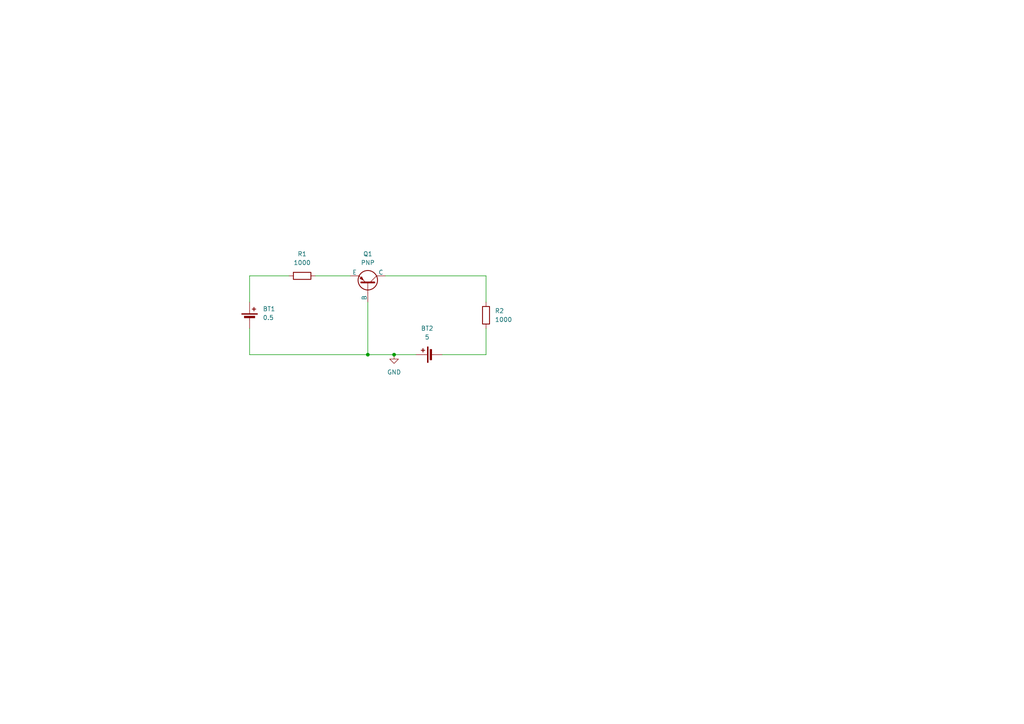
<source format=kicad_sch>
(kicad_sch (version 20230121) (generator eeschema)
  (paper "A4")
  (lib_symbols
    (symbol "Device:Battery_Cell" (pin_numbers hide) (pin_names (offset 0) hide)
      (property "Reference" "BT" (at 2.54 2.54 0))
      (property "Value" "Battery_Cell" (at 2.54 0 0))
      (symbol "Battery_Cell_0_1"
        (rectangle (start -2.286 1.778) (end 2.286 1.524) (fill (type outline)))
        (rectangle (start -1.524 1.016) (end 1.524 0.508) (fill (type outline)))
        (polyline (pts (xy 0 0.762) (xy 0 0)))
        (polyline (pts (xy 0 1.778) (xy 0 2.54)))
        (polyline (pts (xy 0.762 3.048) (xy 1.778 3.048)) (stroke (width 0.254)))
        (polyline (pts (xy 1.27 3.556) (xy 1.27 2.54)) (stroke (width 0.254)))
      )
      (symbol "Battery_Cell_1_1"
        (pin passive line (at 0 5.08 270) (length 2.54) (name "+") (number "1"))
        (pin passive line (at 0 -2.54 90) (length 2.54) (name "-") (number "2"))
      )
    )
    (symbol "Device:R" (pin_numbers hide) (pin_names (offset 0))
      (property "Reference" "R" (at 2.032 0 90))
      (property "Value" "R" (at 0 0 90))
      (symbol "R_0_1"
        (rectangle (start -1.016 -2.54) (end 1.016 2.54) (stroke (width 0.254)))
      )
      (symbol "R_1_1"
        (pin passive line (at 0 3.81 270) (length 1.27) (name "~") (number "1"))
        (pin passive line (at 0 -3.81 90) (length 1.27) (name "~") (number "2"))
      )
    )
    (symbol "Simulation_SPICE:PNP" (pin_numbers hide) (pin_names (offset 0))
      (property "Reference" "Q" (at -2.54 7.62 0))
      (property "Value" "PNP" (at -2.54 5.08 0))
      (symbol "PNP_0_1"
        (polyline (pts (xy -2.54 0) (xy 0.635 0)) (stroke (width 0.1524)))
        (polyline (pts (xy 0.635 0.635) (xy 2.54 2.54)))
        (polyline (pts (xy 0.635 -0.635) (xy 2.54 -2.54) (xy 2.54 -2.54)))
        (polyline (pts (xy 0.635 1.905) (xy 0.635 -1.905) (xy 0.635 -1.905)) (stroke (width 0.508)))
        (polyline (pts (xy 2.286 -1.778) (xy 1.778 -2.286) (xy 1.27 -1.27) (xy 2.286 -1.778) (xy 2.286 -1.778)) (fill (type outline)))
        (circle (center 1.27 0) (radius 2.8194) (stroke (width 0.254)))
      )
      (symbol "PNP_1_1"
        (pin open_collector line (at 2.54 5.08 270) (length 2.54) (name "C") (number "1"))
        (pin input line (at -5.08 0 0) (length 2.54) (name "B") (number "2"))
        (pin open_emitter line (at 2.54 -5.08 90) (length 2.54) (name "E") (number "3"))
      )
    )
    (symbol "power:GND" (power) (pin_names (offset 0))
      (property "Value" "GND" (at 0 -3.81 0))
      (symbol "GND_0_1"
        (polyline (pts (xy 0 0) (xy 0 -1.27) (xy 1.27 -1.27) (xy 0 -2.54) (xy -1.27 -1.27) (xy 0 -1.27)))
      )
      (symbol "GND_1_1"
        (pin power_in line (at 0 0 270) (length 0) hide (name "GND") (number "1"))
      )
    )
  )
  (junction (at 114.3 102.87))
  (junction (at 106.68 102.87))
  (wire (pts (xy 72.39 102.87) (xy 72.39 95.25)))
  (wire (pts (xy 72.39 80.01) (xy 83.82 80.01)))
  (wire (pts (xy 72.39 87.63) (xy 72.39 80.01)))
  (wire (pts (xy 91.44 80.01) (xy 101.6 80.01)))
  (wire (pts (xy 111.76 80.01) (xy 140.97 80.01)))
  (wire (pts (xy 114.3 102.87) (xy 120.65 102.87)))
  (wire (pts (xy 140.97 102.87) (xy 140.97 95.25)))
  (wire (pts (xy 106.68 102.87) (xy 72.39 102.87)))
  (wire (pts (xy 128.27 102.87) (xy 140.97 102.87)))
  (wire (pts (xy 106.68 87.63) (xy 106.68 102.87)))
  (wire (pts (xy 140.97 80.01) (xy 140.97 87.63)))
  (wire (pts (xy 114.3 102.87) (xy 106.68 102.87)))
  (symbol (lib_id "Device:Battery_Cell") (at 72.39 92.71 0) (unit 1)
    (property "Reference" "BT1" (at 76.2 89.5985 0) (effects (justify left)))
    (property "Value" "0.5" (at 76.2 92.1385 0) (effects (justify left)))
    (property "Sim.Device" "V" (effects hide))
    (property "Sim.Type" "DC" (effects hide))
    (property "Sim.Pins" "1=+ 2=-" (effects hide))
    (property "Sim.Params" "dc=3" (effects hide))
  )
  (symbol (lib_id "Simulation_SPICE:PNP") (at 106.68 82.55 270) (mirror x) (unit 1)
    (property "Reference" "Q1" (at 106.68 73.66 90))
    (property "Value" "PNP" (at 106.68 76.2 90))
    (property "Sim.Device" "PNP" (effects hide))
    (property "Sim.Type" "GUMMELPOON" (effects hide))
    (property "Sim.Pins" "1=C 2=B 3=E" (effects hide))
  )
  (symbol (lib_id "Device:R") (at 140.97 91.44 0) (unit 1)
    (property "Reference" "R2" (at 143.51 90.17 0) (effects (justify left)))
    (property "Value" "1000" (at 143.51 92.71 0) (effects (justify left)))
  )
  (symbol (lib_id "Device:R") (at 87.63 80.01 90) (unit 1)
    (property "Reference" "R1" (at 87.63 73.66 90))
    (property "Value" "1000" (at 87.63 76.2 90))
  )
  (symbol (lib_id "Device:Battery_Cell") (at 125.73 102.87 90) (unit 1)
    (property "Reference" "BT2" (at 123.8885 95.25 90))
    (property "Value" "5" (at 123.8885 97.79 90))
    (property "Sim.Device" "V" (effects hide))
    (property "Sim.Type" "DC" (effects hide))
    (property "Sim.Pins" "1=+ 2=-" (effects hide))
    (property "Sim.Params" "dc=5" (effects hide))
  )
  (symbol (lib_id "power:GND") (at 114.3 102.87 0) (unit 1)
    (property "Reference" "#PWR01" (effects hide))
    (property "Value" "GND" (at 114.3 107.95 0))
  )
)
</source>
